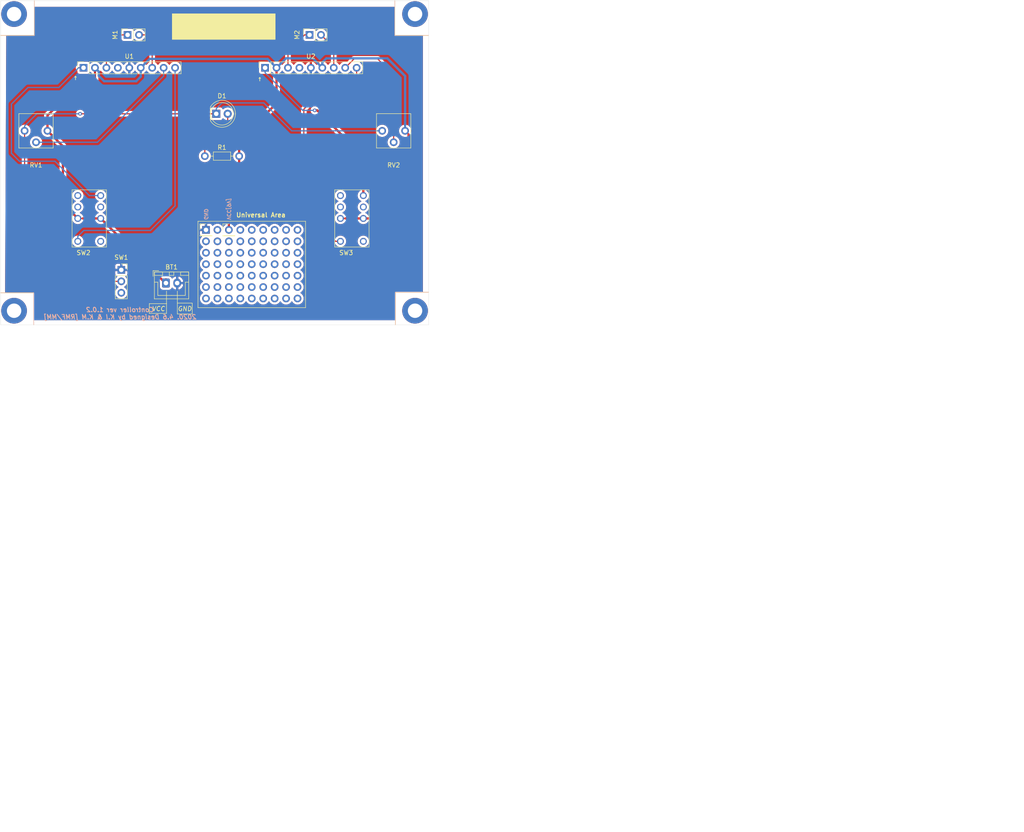
<source format=kicad_pcb>
(kicad_pcb (version 20171130) (host pcbnew "(5.1.5)-3")
  (title_block (title Controller_for_MM) (company RMF))
  (layers (0 F.Cu signal) (31 B.Cu signal) (34 B.Paste user) (35 F.Paste user) (36 B.SilkS user) (37 F.SilkS user) (38 B.Mask user) (39 F.Mask user) (44 Edge.Cuts user))
  (net 0 "")
  (net 1 VCC)
  (net 2 GND)
  (net 3 "Net-(D1-Pad1)")
  (net 4 "Net-(D1-Pad2)")
  (net 5 "Net-(M1-Pad1)")
  (net 6 "Net-(M1-Pad2)")
  (net 7 "Net-(M2-Pad2)")
  (net 8 "Net-(M2-Pad1)")
  (net 9 "Net-(RV1-Pad2)")
  (net 10 "Net-(RV2-Pad2)")
  (net 11 "Net-(SW2-Pad1)")
  (net 12 "Net-(SW2-Pad3)")
  (net 13 "Net-(SW2-Pad4)")
  (net 14 "Net-(SW2-Pad6)")
  (net 15 "Net-(SW3-Pad6)")
  (net 16 "Net-(SW3-Pad4)")
  (net 17 "Net-(SW3-Pad3)")
  (net 18 "Net-(SW3-Pad1)")
  (net 19 "Net-(U1-Pad4)")
  (net 20 "Net-(U2-Pad4)")
  (module My_Footprint:Push_DPDT_MMController (layer F.Cu) (at 145.542 127)
    (fp_text reference SW2 (at 0 5.08) (layer F.SilkS))
    (fp_text value SW_Push_DPDT)
    (fp_line (start 5.08 3.81) (end 5.08 -8.89) (layer F.SilkS) (width 0.12))
    (fp_line (start -2.54 3.81) (end 5.08 3.81) (layer F.SilkS) (width 0.12))
    (fp_line (start -2.54 -8.89) (end -2.54 3.81) (layer F.SilkS) (width 0.12))
    (fp_line (start 5.08 -8.89) (end -2.54 -8.89) (layer F.SilkS) (width 0.12))
    (pad 6 thru_hole circle (at 3.81 -7.62) (size 1.524 1.524) (drill 1) (layers *.Cu *.Mask) (net 14 "Net-(SW2-Pad6)"))
    (pad 4 thru_hole circle (at -1.27 -7.62) (size 1.524 1.524) (drill 1) (layers *.Cu *.Mask) (net 13 "Net-(SW2-Pad4)"))
    (pad 8 thru_hole circle (at 3.81 -5.08) (size 1.524 1.524) (drill 1) (layers *.Cu *.Mask))
    (pad 3 thru_hole circle (at -1.27 -5.08) (size 1.524 1.524) (drill 1) (layers *.Cu *.Mask) (net 12 "Net-(SW2-Pad3)"))
    (pad 5 thru_hole circle (at 3.81 -2.54) (size 1.524 1.524) (drill 1) (layers *.Cu *.Mask) (net 1 VCC))
    (pad 2 thru_hole circle (at -1.27 -2.54) (size 1.524 1.524) (drill 1) (layers *.Cu *.Mask) (net 1 VCC))
    (pad 7 thru_hole circle (at 3.81 2.54) (size 1.524 1.524) (drill 1) (layers *.Cu *.Mask))
    (pad 1 thru_hole circle (at -1.27 2.54) (size 1.524 1.524) (drill 1) (layers *.Cu *.Mask) (net 11 "Net-(SW2-Pad1)"))
  )
  (module My_Footprint:Push_DPDT_MMController (layer F.Cu) (at 203.835 127)
    (fp_text reference SW3 (at 0 5.08) (layer F.SilkS))
    (fp_text value SW_Push_DPDT)
    (fp_line (start 5.08 3.81) (end 5.08 -8.89) (layer F.SilkS) (width 0.12))
    (fp_line (start -2.54 3.81) (end 5.08 3.81) (layer F.SilkS) (width 0.12))
    (fp_line (start -2.54 -8.89) (end -2.54 3.81) (layer F.SilkS) (width 0.12))
    (fp_line (start 5.08 -8.89) (end -2.54 -8.89) (layer F.SilkS) (width 0.12))
    (pad 6 thru_hole circle (at 3.81 -7.62) (size 1.524 1.524) (drill 1) (layers *.Cu *.Mask) (net 15 "Net-(SW3-Pad6)"))
    (pad 4 thru_hole circle (at -1.27 -7.62) (size 1.524 1.524) (drill 1) (layers *.Cu *.Mask) (net 16 "Net-(SW3-Pad4)"))
    (pad 8 thru_hole circle (at 3.81 -5.08) (size 1.524 1.524) (drill 1) (layers *.Cu *.Mask))
    (pad 3 thru_hole circle (at -1.27 -5.08) (size 1.524 1.524) (drill 1) (layers *.Cu *.Mask) (net 17 "Net-(SW3-Pad3)"))
    (pad 5 thru_hole circle (at 3.81 -2.54) (size 1.524 1.524) (drill 1) (layers *.Cu *.Mask) (net 1 VCC))
    (pad 2 thru_hole circle (at -1.27 -2.54) (size 1.524 1.524) (drill 1) (layers *.Cu *.Mask) (net 1 VCC))
    (pad 7 thru_hole circle (at 3.81 2.54) (size 1.524 1.524) (drill 1) (layers *.Cu *.Mask))
    (pad 1 thru_hole circle (at -1.27 2.54) (size 1.524 1.524) (drill 1) (layers *.Cu *.Mask) (net 18 "Net-(SW3-Pad1)"))
  )
  (module "" (layer F.Cu) (at 170.561 118.999)
    (fp_text reference "" (at 182.88 139.7) (layer F.SilkS) (effects (font (size 1.27 1.27))))
    (fp_text value "" (at 182.88 139.7) (layer F.SilkS) (effects (font (size 1.27 1.27))))
  )
  (module "" (layer F.Cu) (at 170.815 120.777)
    (fp_text reference "" (at 182.88 139.7) (layer F.SilkS) (effects (font (size 1.27 1.27))))
    (fp_text value "" (at 182.88 139.7) (layer F.SilkS) (effects (font (size 1.27 1.27))))
  )
  (module "" (layer F.Cu) (at 170.688 117.221)
    (fp_text reference "" (at 182.88 139.7) (layer F.SilkS) (effects (font (size 1.27 1.27))))
    (fp_text value "" (at 182.88 139.7) (layer F.SilkS) (effects (font (size 1.27 1.27))))
  )
  (module "" (layer F.Cu) (at 171.196 118.618)
    (fp_text reference "" (at 182.88 139.7) (layer F.SilkS) (effects (font (size 1.27 1.27))))
    (fp_text value "" (at 182.88 139.7) (layer F.SilkS) (effects (font (size 1.27 1.27))))
  )
  (module Connector_Pin:Pin_D1.0mm_L10.0mm (layer F.Cu) (at 182.88 139.7)
    (fp_text reference 1)
    (fp_text value Pin_D1.0mm_L10.0mm)
    (pad 1 thru_hole circle (at 0 0) (size 1.7 1.7) (drill 1) (layers *.Cu *.Mask))
  )
  (module Connector_Pin:Pin_D1.0mm_L10.0mm (layer F.Cu) (at 190.5 139.7)
    (fp_text reference 1)
    (fp_text value Pin_D1.0mm_L10.0mm)
    (pad 1 thru_hole circle (at 0 0) (size 1.7 1.7) (drill 1) (layers *.Cu *.Mask))
  )
  (module Connector_Pin:Pin_D1.0mm_L10.0mm (layer F.Cu) (at 187.96 139.7)
    (fp_text reference 1)
    (fp_text value Pin_D1.0mm_L10.0mm)
    (pad 1 thru_hole circle (at 0 0) (size 1.7 1.7) (drill 1) (layers *.Cu *.Mask))
  )
  (module Connector_Pin:Pin_D1.0mm_L10.0mm (layer F.Cu) (at 185.42 139.7)
    (fp_text reference 1)
    (fp_text value Pin_D1.0mm_L10.0mm)
    (pad 1 thru_hole circle (at 0 0) (size 1.7 1.7) (drill 1) (layers *.Cu *.Mask))
  )
  (module Connector_Pin:Pin_D1.0mm_L10.0mm (layer F.Cu) (at 180.34 139.7)
    (fp_text reference 1)
    (fp_text value Pin_D1.0mm_L10.0mm)
    (pad 1 thru_hole circle (at 0 0) (size 1.7 1.7) (drill 1) (layers *.Cu *.Mask))
  )
  (module Connector_Pin:Pin_D1.0mm_L10.0mm (layer F.Cu) (at 177.8 139.7)
    (fp_text reference 1)
    (fp_text value Pin_D1.0mm_L10.0mm)
    (pad 1 thru_hole circle (at 0 0) (size 1.7 1.7) (drill 1) (layers *.Cu *.Mask))
  )
  (module Connector_Pin:Pin_D1.0mm_L10.0mm (layer F.Cu) (at 175.26 139.7)
    (fp_text reference 1)
    (fp_text value Pin_D1.0mm_L10.0mm)
    (pad 1 thru_hole circle (at 0 0) (size 1.7 1.7) (drill 1) (layers *.Cu *.Mask))
  )
  (module Connector_Pin:Pin_D1.0mm_L10.0mm (layer F.Cu) (at 190.5 137.16)
    (fp_text reference 1)
    (fp_text value Pin_D1.0mm_L10.0mm)
    (pad 1 thru_hole circle (at 0 0) (size 1.7 1.7) (drill 1) (layers *.Cu *.Mask))
  )
  (module Connector_Pin:Pin_D1.0mm_L10.0mm (layer F.Cu) (at 187.96 137.16)
    (fp_text reference 1)
    (fp_text value Pin_D1.0mm_L10.0mm)
    (pad 1 thru_hole circle (at 0 0) (size 1.7 1.7) (drill 1) (layers *.Cu *.Mask))
  )
  (module Connector_Pin:Pin_D1.0mm_L10.0mm (layer F.Cu) (at 185.42 137.16)
    (fp_text reference 1)
    (fp_text value Pin_D1.0mm_L10.0mm)
    (pad 1 thru_hole circle (at 0 0) (size 1.7 1.7) (drill 1) (layers *.Cu *.Mask))
  )
  (module Connector_Pin:Pin_D1.0mm_L10.0mm (layer F.Cu) (at 182.88 137.16)
    (fp_text reference 1)
    (fp_text value Pin_D1.0mm_L10.0mm)
    (pad 1 thru_hole circle (at 0 0) (size 1.7 1.7) (drill 1) (layers *.Cu *.Mask))
  )
  (module Connector_Pin:Pin_D1.0mm_L10.0mm (layer F.Cu) (at 180.34 137.16)
    (fp_text reference 1)
    (fp_text value Pin_D1.0mm_L10.0mm)
    (pad 1 thru_hole circle (at 0 0) (size 1.7 1.7) (drill 1) (layers *.Cu *.Mask))
  )
  (module Connector_Pin:Pin_D1.0mm_L10.0mm (layer F.Cu) (at 177.8 137.16)
    (fp_text reference 1)
    (fp_text value Pin_D1.0mm_L10.0mm)
    (pad 1 thru_hole circle (at 0 0) (size 1.7 1.7) (drill 1) (layers *.Cu *.Mask))
  )
  (module Connector_Pin:Pin_D1.0mm_L10.0mm (layer F.Cu) (at 175.26 137.16)
    (fp_text reference 1)
    (fp_text value Pin_D1.0mm_L10.0mm)
    (pad 1 thru_hole circle (at 0 0) (size 1.7 1.7) (drill 1) (layers *.Cu *.Mask))
  )
  (module Connector_Pin:Pin_D1.0mm_L10.0mm (layer F.Cu) (at 190.5 134.62)
    (fp_text reference 1)
    (fp_text value Pin_D1.0mm_L10.0mm)
    (pad 1 thru_hole circle (at 0 0) (size 1.7 1.7) (drill 1) (layers *.Cu *.Mask))
  )
  (module Connector_Pin:Pin_D1.0mm_L10.0mm (layer F.Cu) (at 187.96 134.62)
    (fp_text reference 1)
    (fp_text value Pin_D1.0mm_L10.0mm)
    (pad 1 thru_hole circle (at 0 0) (size 1.7 1.7) (drill 1) (layers *.Cu *.Mask))
  )
  (module Connector_Pin:Pin_D1.0mm_L10.0mm (layer F.Cu) (at 185.42 134.62)
    (fp_text reference 1)
    (fp_text value Pin_D1.0mm_L10.0mm)
    (pad 1 thru_hole circle (at 0 0) (size 1.7 1.7) (drill 1) (layers *.Cu *.Mask))
  )
  (module Connector_Pin:Pin_D1.0mm_L10.0mm (layer F.Cu) (at 190.5 132.08)
    (fp_text reference 1)
    (fp_text value Pin_D1.0mm_L10.0mm)
    (pad 1 thru_hole circle (at 0 0) (size 1.7 1.7) (drill 1) (layers *.Cu *.Mask))
  )
  (module Connector_Pin:Pin_D1.0mm_L10.0mm (layer F.Cu) (at 187.96 132.08)
    (fp_text reference 1)
    (fp_text value Pin_D1.0mm_L10.0mm)
    (pad 1 thru_hole circle (at 0 0) (size 1.7 1.7) (drill 1) (layers *.Cu *.Mask))
  )
  (module Connector_Pin:Pin_D1.0mm_L10.0mm (layer F.Cu) (at 185.42 132.08)
    (fp_text reference 1)
    (fp_text value Pin_D1.0mm_L10.0mm)
    (pad 1 thru_hole circle (at 0 0) (size 1.7 1.7) (drill 1) (layers *.Cu *.Mask))
  )
  (module Connector_Pin:Pin_D1.0mm_L10.0mm (layer F.Cu) (at 190.5 129.54)
    (fp_text reference 1)
    (fp_text value Pin_D1.0mm_L10.0mm)
    (pad 1 thru_hole circle (at 0 0) (size 1.7 1.7) (drill 1) (layers *.Cu *.Mask))
  )
  (module Connector_Pin:Pin_D1.0mm_L10.0mm (layer F.Cu) (at 187.96 129.54)
    (fp_text reference 1)
    (fp_text value Pin_D1.0mm_L10.0mm)
    (pad 1 thru_hole circle (at 0 0) (size 1.7 1.7) (drill 1) (layers *.Cu *.Mask))
  )
  (module Connector_Pin:Pin_D1.0mm_L10.0mm (layer F.Cu) (at 185.42 129.54)
    (fp_text reference 1)
    (fp_text value Pin_D1.0mm_L10.0mm)
    (pad 1 thru_hole circle (at 0 0) (size 1.7 1.7) (drill 1) (layers *.Cu *.Mask))
  )
  (module Connector_Pin:Pin_D1.0mm_L10.0mm (layer F.Cu) (at 185.42 142.24)
    (fp_text reference 1)
    (fp_text value Pin_D1.0mm_L10.0mm)
    (pad 1 thru_hole circle (at 0 0) (size 1.7 1.7) (drill 1) (layers *.Cu *.Mask))
  )
  (module Connector_Pin:Pin_D1.0mm_L10.0mm (layer F.Cu) (at 187.96 142.24)
    (fp_text reference 1)
    (fp_text value Pin_D1.0mm_L10.0mm)
    (pad 1 thru_hole circle (at 0 0) (size 1.7 1.7) (drill 1) (layers *.Cu *.Mask))
  )
  (module Connector_Pin:Pin_D1.0mm_L10.0mm (layer F.Cu) (at 190.5 142.24)
    (fp_text reference 1)
    (fp_text value Pin_D1.0mm_L10.0mm)
    (pad 1 thru_hole circle (at 0 0) (size 1.7 1.7) (drill 1) (layers *.Cu *.Mask))
  )
  (module Connector_Pin:Pin_D1.0mm_L10.0mm (layer F.Cu) (at 193.04 142.24)
    (fp_text reference 1)
    (fp_text value Pin_D1.0mm_L10.0mm)
    (pad 1 thru_hole circle (at 0 0) (size 1.7 1.7) (drill 1) (layers *.Cu *.Mask))
  )
  (module Connector_Pin:Pin_D1.0mm_L10.0mm (layer F.Cu) (at 193.04 139.7)
    (fp_text reference 1)
    (fp_text value Pin_D1.0mm_L10.0mm)
    (pad 1 thru_hole circle (at 0 0) (size 1.7 1.7) (drill 1) (layers *.Cu *.Mask))
  )
  (module Connector_Pin:Pin_D1.0mm_L10.0mm (layer F.Cu) (at 193.04 137.16)
    (fp_text reference 1)
    (fp_text value Pin_D1.0mm_L10.0mm)
    (pad 1 thru_hole circle (at 0 0) (size 1.7 1.7) (drill 1) (layers *.Cu *.Mask))
  )
  (module Connector_Pin:Pin_D1.0mm_L10.0mm (layer F.Cu) (at 193.04 134.62)
    (fp_text reference 1)
    (fp_text value Pin_D1.0mm_L10.0mm)
    (pad 1 thru_hole circle (at 0 0) (size 1.7 1.7) (drill 1) (layers *.Cu *.Mask))
  )
  (module Connector_Pin:Pin_D1.0mm_L10.0mm (layer F.Cu) (at 193.04 132.08)
    (fp_text reference 1)
    (fp_text value Pin_D1.0mm_L10.0mm)
    (pad 1 thru_hole circle (at 0 0) (size 1.7 1.7) (drill 1) (layers *.Cu *.Mask))
  )
  (module Connector_Pin:Pin_D1.0mm_L10.0mm (layer F.Cu) (at 193.04 129.54)
    (fp_text reference 1)
    (fp_text value Pin_D1.0mm_L10.0mm)
    (pad 1 thru_hole circle (at 0 0) (size 1.7 1.7) (drill 1) (layers *.Cu *.Mask))
  )
  (module Connector_Pin:Pin_D1.0mm_L10.0mm (layer F.Cu) (at 182.88 142.24)
    (fp_text reference 1)
    (fp_text value Pin_D1.0mm_L10.0mm)
    (pad 1 thru_hole circle (at 0 0) (size 1.7 1.7) (drill 1) (layers *.Cu *.Mask))
  )
  (module Connector_Pin:Pin_D1.0mm_L10.0mm (layer F.Cu) (at 180.34 142.24)
    (fp_text reference 1)
    (fp_text value Pin_D1.0mm_L10.0mm)
    (pad 1 thru_hole circle (at 0 0) (size 1.7 1.7) (drill 1) (layers *.Cu *.Mask))
  )
  (module Connector_Pin:Pin_D1.0mm_L10.0mm (layer F.Cu) (at 177.8 142.24)
    (fp_text reference 1)
    (fp_text value Pin_D1.0mm_L10.0mm)
    (pad 1 thru_hole circle (at 0 0) (size 1.7 1.7) (drill 1) (layers *.Cu *.Mask))
  )
  (module Connector_Pin:Pin_D1.0mm_L10.0mm (layer F.Cu) (at 175.26 142.24)
    (fp_text reference 1)
    (fp_text value Pin_D1.0mm_L10.0mm)
    (pad 1 thru_hole circle (at 0 0) (size 1.7 1.7) (drill 1) (layers *.Cu *.Mask))
  )
  (module Connector_Pin:Pin_D1.0mm_L10.0mm (layer F.Cu) (at 172.72 142.24)
    (fp_text reference 1)
    (fp_text value Pin_D1.0mm_L10.0mm)
    (pad 1 thru_hole circle (at 0 0) (size 1.7 1.7) (drill 1) (layers *.Cu *.Mask))
  )
  (module Connector_Pin:Pin_D1.0mm_L10.0mm (layer F.Cu) (at 172.72 139.7)
    (fp_text reference 1)
    (fp_text value Pin_D1.0mm_L10.0mm)
    (pad 1 thru_hole circle (at 0 0) (size 1.7 1.7) (drill 1) (layers *.Cu *.Mask))
  )
  (module Connector_Pin:Pin_D1.0mm_L10.0mm (layer F.Cu) (at 172.72 137.16)
    (fp_text reference 1)
    (fp_text value Pin_D1.0mm_L10.0mm)
    (pad 1 thru_hole circle (at 0 0) (size 1.7 1.7) (drill 1) (layers *.Cu *.Mask))
  )
  (module Connector_Pin:Pin_D1.0mm_L10.0mm (layer F.Cu) (at 193.04 127)
    (fp_text reference 1)
    (fp_text value Pin_D1.0mm_L10.0mm)
    (pad 1 thru_hole circle (at 0 0) (size 1.7 1.7) (drill 1) (layers *.Cu *.Mask))
  )
  (module Connector_Pin:Pin_D1.0mm_L10.0mm (layer F.Cu) (at 190.5 127)
    (fp_text reference 1)
    (fp_text value Pin_D1.0mm_L10.0mm)
    (pad 1 thru_hole circle (at 0 0) (size 1.7 1.7) (drill 1) (layers *.Cu *.Mask))
  )
  (module Connector_Pin:Pin_D1.0mm_L10.0mm (layer F.Cu) (at 187.96 127)
    (fp_text reference 1)
    (fp_text value Pin_D1.0mm_L10.0mm)
    (pad 1 thru_hole circle (at 0 0) (size 1.7 1.7) (drill 1) (layers *.Cu *.Mask))
  )
  (module Connector_Pin:Pin_D1.0mm_L10.0mm (layer F.Cu) (at 185.42 127)
    (fp_text reference 1)
    (fp_text value Pin_D1.0mm_L10.0mm)
    (pad 1 thru_hole circle (at 0 0) (size 1.7 1.7) (drill 1) (layers *.Cu *.Mask))
  )
  (module Connector_Pin:Pin_D1.0mm_L10.0mm (layer F.Cu) (at 182.88 134.62)
    (fp_text reference 1)
    (fp_text value Pin_D1.0mm_L10.0mm)
    (pad 1 thru_hole circle (at 0 0) (size 1.7 1.7) (drill 1) (layers *.Cu *.Mask))
  )
  (module Connector_Pin:Pin_D1.0mm_L10.0mm (layer F.Cu) (at 182.88 132.08)
    (fp_text reference 1)
    (fp_text value Pin_D1.0mm_L10.0mm)
    (pad 1 thru_hole circle (at 0 0) (size 1.7 1.7) (drill 1) (layers *.Cu *.Mask))
  )
  (module Connector_Pin:Pin_D1.0mm_L10.0mm (layer F.Cu) (at 182.88 129.54)
    (fp_text reference 1)
    (fp_text value Pin_D1.0mm_L10.0mm)
    (pad 1 thru_hole circle (at 0 0) (size 1.7 1.7) (drill 1) (layers *.Cu *.Mask))
  )
  (module Connector_Pin:Pin_D1.0mm_L10.0mm (layer F.Cu) (at 182.88 127)
    (fp_text reference 1)
    (fp_text value Pin_D1.0mm_L10.0mm)
    (pad 1 thru_hole circle (at 0 0) (size 1.7 1.7) (drill 1) (layers *.Cu *.Mask))
  )
  (module Connector_Pin:Pin_D1.0mm_L10.0mm (layer F.Cu) (at 180.34 134.62)
    (fp_text reference 1)
    (fp_text value Pin_D1.0mm_L10.0mm)
    (pad 1 thru_hole circle (at 0 0) (size 1.7 1.7) (drill 1) (layers *.Cu *.Mask))
  )
  (module Connector_Pin:Pin_D1.0mm_L10.0mm (layer F.Cu) (at 177.8 134.62)
    (fp_text reference 1)
    (fp_text value Pin_D1.0mm_L10.0mm)
    (pad 1 thru_hole circle (at 0 0) (size 1.7 1.7) (drill 1) (layers *.Cu *.Mask))
  )
  (module Connector_Pin:Pin_D1.0mm_L10.0mm (layer F.Cu) (at 175.26 134.62)
    (fp_text reference 1)
    (fp_text value Pin_D1.0mm_L10.0mm)
    (pad 1 thru_hole circle (at 0 0) (size 1.7 1.7) (drill 1) (layers *.Cu *.Mask))
  )
  (module Connector_Pin:Pin_D1.0mm_L10.0mm (layer F.Cu) (at 172.72 134.62)
    (fp_text reference 1)
    (fp_text value Pin_D1.0mm_L10.0mm)
    (pad 1 thru_hole circle (at 0 0) (size 1.7 1.7) (drill 1) (layers *.Cu *.Mask))
  )
  (module Connector_Pin:Pin_D1.0mm_L10.0mm (layer F.Cu) (at 180.34 132.08)
    (fp_text reference 1)
    (fp_text value Pin_D1.0mm_L10.0mm)
    (pad 1 thru_hole circle (at 0 0) (size 1.7 1.7) (drill 1) (layers *.Cu *.Mask))
  )
  (module Connector_Pin:Pin_D1.0mm_L10.0mm (layer F.Cu) (at 177.8 132.08)
    (fp_text reference 1)
    (fp_text value Pin_D1.0mm_L10.0mm)
    (pad 1 thru_hole circle (at 0 0) (size 1.7 1.7) (drill 1) (layers *.Cu *.Mask))
  )
  (module Connector_Pin:Pin_D1.0mm_L10.0mm (layer F.Cu) (at 175.26 132.08)
    (fp_text reference 1)
    (fp_text value Pin_D1.0mm_L10.0mm)
    (pad 1 thru_hole circle (at 0 0) (size 1.7 1.7) (drill 1) (layers *.Cu *.Mask))
  )
  (module Connector_Pin:Pin_D1.0mm_L10.0mm (layer F.Cu) (at 172.72 132.08)
    (fp_text reference 1)
    (fp_text value Pin_D1.0mm_L10.0mm)
    (pad 1 thru_hole circle (at 0 0) (size 1.7 1.7) (drill 1) (layers *.Cu *.Mask))
  )
  (module Connector_Pin:Pin_D1.0mm_L10.0mm (layer F.Cu) (at 180.34 129.54)
    (fp_text reference 1)
    (fp_text value Pin_D1.0mm_L10.0mm)
    (pad 1 thru_hole circle (at 0 0) (size 1.7 1.7) (drill 1) (layers *.Cu *.Mask))
  )
  (module Connector_Pin:Pin_D1.0mm_L10.0mm (layer F.Cu) (at 177.8 129.54)
    (fp_text reference 1)
    (fp_text value Pin_D1.0mm_L10.0mm)
    (pad 1 thru_hole circle (at 0 0) (size 1.7 1.7) (drill 1) (layers *.Cu *.Mask))
  )
  (module Connector_Pin:Pin_D1.0mm_L10.0mm (layer F.Cu) (at 180.34 127)
    (fp_text reference 1)
    (fp_text value Pin_D1.0mm_L10.0mm)
    (pad 1 thru_hole circle (at 0 0) (size 1.7 1.7) (drill 1) (layers *.Cu *.Mask))
  )
  (module Connector_Pin:Pin_D1.0mm_L10.0mm (layer F.Cu) (at 175.26 129.54)
    (fp_text reference 1)
    (fp_text value Pin_D1.0mm_L10.0mm)
    (pad 1 thru_hole circle (at 0 0) (size 1.7 1.7) (drill 1) (layers *.Cu *.Mask))
  )
  (module Connector_Pin:Pin_D1.0mm_L10.0mm (layer F.Cu) (at 172.72 129.54)
    (fp_text reference 1)
    (fp_text value Pin_D1.0mm_L10.0mm)
    (pad 1 thru_hole circle (at 0 0) (size 1.7 1.7) (drill 1) (layers *.Cu *.Mask))
  )
  (module Connector_Pin:Pin_D1.0mm_L10.0mm (layer F.Cu) (at 175.26 127)
    (fp_text reference 1)
    (fp_text value Pin_D1.0mm_L10.0mm)
    (pad 1 thru_hole circle (at 0 0) (size 1.7 1.7) (drill 1) (layers *.Cu *.Mask))
  )
  (module Connector_PinSocket_2.54mm:PinSocket_1x02_P2.54mm_Vertical (layer F.Cu) (at 195.707 83.693 90)
    (fp_text reference M2 (at 0 -2.77 90) (layer F.SilkS))
    (fp_text value Motor_DC)
    (fp_line (start 0 -1.33) (end 1.33 -1.33) (layer F.SilkS) (width 0.12))
    (fp_line (start 1.33 -1.33) (end 1.33 0) (layer F.SilkS) (width 0.12))
    (fp_line (start 1.33 1.27) (end 1.33 3.87) (layer F.SilkS) (width 0.12))
    (fp_line (start -1.33 3.87) (end 1.33 3.87) (layer F.SilkS) (width 0.12))
    (fp_line (start -1.33 1.27) (end -1.33 3.87) (layer F.SilkS) (width 0.12))
    (fp_line (start -1.33 1.27) (end 1.33 1.27) (layer F.SilkS) (width 0.12))
    (pad 2 thru_hole oval (at 0 2.54 90) (size 1.7 1.7) (drill 1) (layers *.Cu *.Mask) (net 7 "Net-(M2-Pad2)"))
    (pad 1 thru_hole rect (at 0 0 90) (size 1.7 1.7) (drill 1) (layers *.Cu *.Mask) (net 8 "Net-(M2-Pad1)"))
  )
  (module My_Footprint:ta7291s (layer F.Cu) (at 196 91)
    (fp_text reference U2 (at 0 -2.54 180) (layer F.SilkS))
    (fp_text value TA7291S)
    (fp_line (start -11.49 0) (end -11.49 -1.33) (layer F.SilkS) (width 0.12))
    (fp_line (start -11.49 -1.33) (end -10.16 -1.33) (layer F.SilkS) (width 0.12))
    (fp_line (start -8.89 -1.33) (end 11.49 -1.33) (layer F.SilkS) (width 0.12))
    (fp_line (start 11.49 1.33) (end 11.49 -1.33) (layer F.SilkS) (width 0.12))
    (fp_line (start -8.89 1.33) (end 11.49 1.33) (layer F.SilkS) (width 0.12))
    (fp_line (start -8.89 1.33) (end -8.89 -1.33) (layer F.SilkS) (width 0.12))
    (pad 9 thru_hole oval (at 10.16 0 90) (size 1.7 1.7) (drill 1) (layers *.Cu *.Mask) (net 18 "Net-(SW3-Pad1)"))
    (pad 8 thru_hole oval (at 7.62 0 90) (size 1.7 1.7) (drill 1) (layers *.Cu *.Mask) (net 10 "Net-(RV2-Pad2)"))
    (pad 7 thru_hole oval (at 5.08 0 90) (size 1.7 1.7) (drill 1) (layers *.Cu *.Mask) (net 7 "Net-(M2-Pad2)"))
    (pad 6 thru_hole oval (at 2.54 0 90) (size 1.7 1.7) (drill 1) (layers *.Cu *.Mask) (net 1 VCC))
    (pad 5 thru_hole oval (at 0 0 90) (size 1.7 1.7) (drill 1) (layers *.Cu *.Mask) (net 2 GND))
    (pad 4 thru_hole oval (at -2.54 0 90) (size 1.7 1.7) (drill 1) (layers *.Cu *.Mask) (net 20 "Net-(U2-Pad4)"))
    (pad 3 thru_hole oval (at -5.08 0 90) (size 1.7 1.7) (drill 1) (layers *.Cu *.Mask) (net 8 "Net-(M2-Pad1)"))
    (pad 2 thru_hole oval (at -7.62 0 90) (size 1.7 1.7) (drill 1) (layers *.Cu *.Mask) (net 1 VCC))
    (pad 1 thru_hole rect (at -10.16 0 90) (size 1.7 1.7) (drill 1) (layers *.Cu *.Mask) (net 15 "Net-(SW3-Pad6)"))
  )
  (module MountingHole:MountingHole_3.2mm_M3_ISO7380_Pad (layer F.Cu) (at 219.123 144.955)
    (fp_text reference REF4 hide)
    (fp_text value MountingHole_3.2mm_M3_ISO7380_Pad hide)
    (pad 1 thru_hole circle (at 0 0) (size 5.7 5.7) (drill 3.2) (layers *.Cu *.Mask))
  )
  (module MountingHole:MountingHole_3.2mm_M3_ISO7380_Pad (layer F.Cu) (at 219.123 79.073)
    (fp_text reference REF2 hide)
    (fp_text value MountingHole_3.2mm_M3_ISO7380_Pad hide)
    (pad 1 thru_hole circle (at 0 0) (size 5.7 5.7) (drill 3.2) (layers *.Cu *.Mask))
  )
  (module MountingHole:MountingHole_3.2mm_M3_ISO7380_Pad (layer F.Cu) (at 130.127 144.955)
    (fp_text reference REF3 hide)
    (fp_text value MountingHole_3.2mm_M3_ISO7380_Pad hide)
    (pad 1 thru_hole circle (at 0 0) (size 5.7 5.7) (drill 3.2) (layers *.Cu *.Mask))
  )
  (module MountingHole:MountingHole_3.2mm_M3_ISO7380_Pad (layer F.Cu) (at 130.127 79.073)
    (fp_text reference REF1 hide)
    (fp_text value MountingHole_3.2mm_M3_ISO7380_Pad hide)
    (pad 1 thru_hole circle (at 0 0) (size 5.7 5.7) (drill 3.2) (layers *.Cu *.Mask))
  )
  (module Connector_JST:JST_XH_B2B-XH-A_1x02_P2.50mm_Vertical (layer F.Cu) (at 163.83 138.811)
    (fp_text reference BT1 (at 1.25 -3.55) (layer F.SilkS))
    (fp_text value 9V)
    (fp_line (start -2.56 -2.46) (end -2.56 3.51) (layer F.SilkS) (width 0.12))
    (fp_line (start -2.56 3.51) (end 5.06 3.51) (layer F.SilkS) (width 0.12))
    (fp_line (start 5.06 3.51) (end 5.06 -2.46) (layer F.SilkS) (width 0.12))
    (fp_line (start 5.06 -2.46) (end -2.56 -2.46) (layer F.SilkS) (width 0.12))
    (fp_line (start 0.75 -2.45) (end 0.75 -1.7) (layer F.SilkS) (width 0.12))
    (fp_line (start 0.75 -1.7) (end 1.75 -1.7) (layer F.SilkS) (width 0.12))
    (fp_line (start 1.75 -1.7) (end 1.75 -2.45) (layer F.SilkS) (width 0.12))
    (fp_line (start 1.75 -2.45) (end 0.75 -2.45) (layer F.SilkS) (width 0.12))
    (fp_line (start -2.55 -2.45) (end -2.55 -1.7) (layer F.SilkS) (width 0.12))
    (fp_line (start -2.55 -1.7) (end -0.75 -1.7) (layer F.SilkS) (width 0.12))
    (fp_line (start -0.75 -1.7) (end -0.75 -2.45) (layer F.SilkS) (width 0.12))
    (fp_line (start -0.75 -2.45) (end -2.55 -2.45) (layer F.SilkS) (width 0.12))
    (fp_line (start 3.25 -2.45) (end 3.25 -1.7) (layer F.SilkS) (width 0.12))
    (fp_line (start 3.25 -1.7) (end 5.05 -1.7) (layer F.SilkS) (width 0.12))
    (fp_line (start 5.05 -1.7) (end 5.05 -2.45) (layer F.SilkS) (width 0.12))
    (fp_line (start 5.05 -2.45) (end 3.25 -2.45) (layer F.SilkS) (width 0.12))
    (fp_line (start -2.55 -0.2) (end -1.8 -0.2) (layer F.SilkS) (width 0.12))
    (fp_line (start -1.8 -0.2) (end -1.8 2.75) (layer F.SilkS) (width 0.12))
    (fp_line (start -1.8 2.75) (end 1.25 2.75) (layer F.SilkS) (width 0.12))
    (fp_line (start 5.05 -0.2) (end 4.3 -0.2) (layer F.SilkS) (width 0.12))
    (fp_line (start 4.3 -0.2) (end 4.3 2.75) (layer F.SilkS) (width 0.12))
    (fp_line (start 4.3 2.75) (end 1.25 2.75) (layer F.SilkS) (width 0.12))
    (fp_line (start -1.6 -2.75) (end -2.85 -2.75) (layer F.SilkS) (width 0.12))
    (fp_line (start -2.85 -2.75) (end -2.85 -1.5) (layer F.SilkS) (width 0.12))
    (pad 1 thru_hole roundrect (at 0 0) (size 1.7 2) (drill 1) (layers *.Cu *.Mask) (roundrect_rratio 0.147059) (net 1 VCC))
    (pad 2 thru_hole oval (at 2.5 0) (size 1.7 2) (drill 1) (layers *.Cu *.Mask) (net 2 GND))
  )
  (module LED_THT:LED_D5.0mm (layer F.Cu) (at 175 101.219)
    (fp_text reference D1 (at 1.27 -3.96) (layer F.SilkS))
    (fp_text value LED)
    (fp_arc (start 1.27 0) (end -1.29 -1.54483) (angle 148.9) (layer F.SilkS) (width 0.12))
    (fp_arc (start 1.27 0) (end -1.29 1.54483) (angle -148.9) (layer F.SilkS) (width 0.12))
    (fp_circle (center 1.27 0) (end 3.77 0) (layer F.SilkS) (width 0.12))
    (fp_line (start -1.29 -1.545) (end -1.29 1.545) (layer F.SilkS) (width 0.12))
    (pad 1 thru_hole rect (at 0 0) (size 1.8 1.8) (drill 1) (layers *.Cu *.Mask) (net 3 "Net-(D1-Pad1)"))
    (pad 2 thru_hole circle (at 2.54 0) (size 1.8 1.8) (drill 1) (layers *.Cu *.Mask) (net 4 "Net-(D1-Pad2)"))
  )
  (module Connector_PinSocket_2.54mm:PinSocket_1x02_P2.54mm_Vertical (layer F.Cu) (at 155.321 83.693 90)
    (fp_text reference M1 (at 0 -2.77 90) (layer F.SilkS))
    (fp_text value Motor_DC)
    (fp_line (start -1.33 1.27) (end 1.33 1.27) (layer F.SilkS) (width 0.12))
    (fp_line (start -1.33 1.27) (end -1.33 3.87) (layer F.SilkS) (width 0.12))
    (fp_line (start -1.33 3.87) (end 1.33 3.87) (layer F.SilkS) (width 0.12))
    (fp_line (start 1.33 1.27) (end 1.33 3.87) (layer F.SilkS) (width 0.12))
    (fp_line (start 1.33 -1.33) (end 1.33 0) (layer F.SilkS) (width 0.12))
    (fp_line (start 0 -1.33) (end 1.33 -1.33) (layer F.SilkS) (width 0.12))
    (pad 1 thru_hole rect (at 0 0 90) (size 1.7 1.7) (drill 1) (layers *.Cu *.Mask) (net 5 "Net-(M1-Pad1)"))
    (pad 2 thru_hole oval (at 0 2.54 90) (size 1.7 1.7) (drill 1) (layers *.Cu *.Mask) (net 6 "Net-(M1-Pad2)"))
  )
  (module Resistor_THT:R_Axial_DIN0204_L3.6mm_D1.6mm_P7.62mm_Horizontal (layer F.Cu) (at 172.466 110.617)
    (fp_text reference R1 (at 3.81 -1.92) (layer F.SilkS))
    (fp_text value 1kΩ)
    (fp_line (start 1.89 -0.92) (end 1.89 0.92) (layer F.SilkS) (width 0.12))
    (fp_line (start 1.89 0.92) (end 5.73 0.92) (layer F.SilkS) (width 0.12))
    (fp_line (start 5.73 0.92) (end 5.73 -0.92) (layer F.SilkS) (width 0.12))
    (fp_line (start 5.73 -0.92) (end 1.89 -0.92) (layer F.SilkS) (width 0.12))
    (fp_line (start 0.94 0) (end 1.89 0) (layer F.SilkS) (width 0.12))
    (fp_line (start 6.68 0) (end 5.73 0) (layer F.SilkS) (width 0.12))
    (pad 1 thru_hole circle (at 0 0) (size 1.7 1.7) (drill 1) (layers *.Cu *.Mask) (net 4 "Net-(D1-Pad2)"))
    (pad 2 thru_hole circle (at 7.62 0) (size 1.7 1.7) (drill 1) (layers *.Cu *.Mask) (net 1 VCC))
  )
  (module My_Footprint:3362p_1kΩ (layer F.Cu) (at 135.001 105)
    (fp_text reference RV1 (at 0 7.62) (layer F.SilkS))
    (fp_text value R_POT_TRIM)
    (fp_line (start -3.81 3.81) (end 3.81 3.81) (layer F.SilkS) (width 0.12))
    (fp_line (start 3.81 -3.81) (end 3.81 3.81) (layer F.SilkS) (width 0.12))
    (fp_line (start 3.81 -3.81) (end -3.81 -3.81) (layer F.SilkS) (width 0.12))
    (fp_line (start -3.81 -3.81) (end -3.81 3.81) (layer F.SilkS) (width 0.12))
    (pad 1 thru_hole circle (at -2.54 0) (size 1.7 1.7) (drill 1) (layers *.Cu *.Mask) (net 3 "Net-(D1-Pad1)"))
    (pad 2 thru_hole circle (at 0 2.54) (size 1.7 1.7) (drill 1) (layers *.Cu *.Mask) (net 9 "Net-(RV1-Pad2)"))
    (pad 3 thru_hole circle (at 2.54 0) (size 1.7 1.7) (drill 1) (layers *.Cu *.Mask) (net 1 VCC))
  )
  (module My_Footprint:3362p_1kΩ (layer F.Cu) (at 214.376 105)
    (fp_text reference RV2 (at 0 7.62) (layer F.SilkS))
    (fp_text value R_POT_TRIM)
    (fp_line (start -3.81 -3.81) (end -3.81 3.81) (layer F.SilkS) (width 0.12))
    (fp_line (start 3.81 -3.81) (end -3.81 -3.81) (layer F.SilkS) (width 0.12))
    (fp_line (start 3.81 -3.81) (end 3.81 3.81) (layer F.SilkS) (width 0.12))
    (fp_line (start -3.81 3.81) (end 3.81 3.81) (layer F.SilkS) (width 0.12))
    (pad 3 thru_hole circle (at 2.54 0) (size 1.7 1.7) (drill 1) (layers *.Cu *.Mask) (net 1 VCC))
    (pad 2 thru_hole circle (at 0 2.54) (size 1.7 1.7) (drill 1) (layers *.Cu *.Mask) (net 10 "Net-(RV2-Pad2)"))
    (pad 1 thru_hole circle (at -2.54 0) (size 1.7 1.7) (drill 1) (layers *.Cu *.Mask) (net 3 "Net-(D1-Pad1)"))
  )
  (module My_Footprint:ta7291s (layer F.Cu) (at 155.702 91)
    (fp_text reference U1 (at 0 -2.54 180) (layer F.SilkS))
    (fp_text value TA7291S)
    (fp_line (start -8.89 1.33) (end -8.89 -1.33) (layer F.SilkS) (width 0.12))
    (fp_line (start -8.89 1.33) (end 11.49 1.33) (layer F.SilkS) (width 0.12))
    (fp_line (start 11.49 1.33) (end 11.49 -1.33) (layer F.SilkS) (width 0.12))
    (fp_line (start -8.89 -1.33) (end 11.49 -1.33) (layer F.SilkS) (width 0.12))
    (fp_line (start -11.49 -1.33) (end -10.16 -1.33) (layer F.SilkS) (width 0.12))
    (fp_line (start -11.49 0) (end -11.49 -1.33) (layer F.SilkS) (width 0.12))
    (pad 1 thru_hole rect (at -10.16 0 90) (size 1.7 1.7) (drill 1) (layers *.Cu *.Mask) (net 14 "Net-(SW2-Pad6)"))
    (pad 2 thru_hole oval (at -7.62 0 90) (size 1.7 1.7) (drill 1) (layers *.Cu *.Mask) (net 1 VCC))
    (pad 3 thru_hole oval (at -5.08 0 90) (size 1.7 1.7) (drill 1) (layers *.Cu *.Mask) (net 5 "Net-(M1-Pad1)"))
    (pad 4 thru_hole oval (at -2.54 0 90) (size 1.7 1.7) (drill 1) (layers *.Cu *.Mask) (net 19 "Net-(U1-Pad4)"))
    (pad 5 thru_hole oval (at 0 0 90) (size 1.7 1.7) (drill 1) (layers *.Cu *.Mask) (net 2 GND))
    (pad 6 thru_hole oval (at 2.54 0 90) (size 1.7 1.7) (drill 1) (layers *.Cu *.Mask) (net 1 VCC))
    (pad 7 thru_hole oval (at 5.08 0 90) (size 1.7 1.7) (drill 1) (layers *.Cu *.Mask) (net 6 "Net-(M1-Pad2)"))
    (pad 8 thru_hole oval (at 7.62 0 90) (size 1.7 1.7) (drill 1) (layers *.Cu *.Mask) (net 9 "Net-(RV1-Pad2)"))
    (pad 9 thru_hole oval (at 10.16 0 90) (size 1.7 1.7) (drill 1) (layers *.Cu *.Mask) (net 11 "Net-(SW2-Pad1)"))
  )
  (module My_Footprint:SW_PTSD_2 (layer F.Cu) (at 153.924 135.89)
    (fp_text reference SW1 (at 0 -2.77) (layer F.SilkS))
    (fp_text value SW_DPST_x2)
    (fp_line (start -1.33 1.27) (end 1.33 1.27) (layer F.SilkS) (width 0.12))
    (fp_line (start -1.33 1.27) (end -1.33 6.41) (layer F.SilkS) (width 0.12))
    (fp_line (start -1.33 6.41) (end 1.33 6.41) (layer F.SilkS) (width 0.12))
    (fp_line (start 1.33 1.27) (end 1.33 6.41) (layer F.SilkS) (width 0.12))
    (fp_line (start 1.33 -1.33) (end 1.33 0) (layer F.SilkS) (width 0.12))
    (fp_line (start 0 -1.33) (end 1.33 -1.33) (layer F.SilkS) (width 0.12))
    (pad 1 thru_hole rect (at 0 0) (size 1.7 1.7) (drill 1) (layers *.Cu *.Mask) (net 2 GND))
    (pad 2 thru_hole oval (at 0 2.54) (size 1.7 1.7) (drill 1) (layers *.Cu *.Mask) (net 3 "Net-(D1-Pad1)"))
    (pad 3 thru_hole oval (at 0 5.08) (size 1.7 1.7) (drill 1) (layers *.Cu *.Mask))
  )
  (module Connector_PinHeader_2.54mm:PinHeader_1x01_P2.54mm_Vertical (layer F.Cu) (at 172.72 127)
    (fp_text reference J1)
    (fp_text value Conn_01x01)
    (fp_line (start -1.33 1.33) (end 1.33 1.33) (layer F.SilkS) (width 0.12))
    (fp_line (start -1.33 1.27) (end -1.33 1.33) (layer F.SilkS) (width 0.12))
    (fp_line (start 1.33 1.27) (end 1.33 1.33) (layer F.SilkS) (width 0.12))
    (fp_line (start -1.33 1.27) (end 1.33 1.27) (layer F.SilkS) (width 0.12))
    (fp_line (start -1.33 0) (end -1.33 -1.33) (layer F.SilkS) (width 0.12))
    (fp_line (start -1.33 -1.33) (end 0 -1.33) (layer F.SilkS) (width 0.12))
    (pad 1 thru_hole rect (at 0 0) (size 1.7 1.7) (drill 1) (layers *.Cu *.Mask) (net 2 GND))
  )
  (module Connector_PinHeader_2.54mm:PinHeader_1x01_P2.54mm_Vertical (layer F.Cu) (at 177.8 127)
    (fp_text reference J2)
    (fp_text value Conn_01x01)
    (fp_line (start -1.33 -1.33) (end 0 -1.33) (layer F.SilkS) (width 0.12))
    (fp_line (start -1.33 0) (end -1.33 -1.33) (layer F.SilkS) (width 0.12))
    (fp_line (start -1.33 1.27) (end 1.33 1.27) (layer F.SilkS) (width 0.12))
    (fp_line (start 1.33 1.27) (end 1.33 1.33) (layer F.SilkS) (width 0.12))
    (fp_line (start -1.33 1.27) (end -1.33 1.33) (layer F.SilkS) (width 0.12))
    (fp_line (start -1.33 1.33) (end 1.33 1.33) (layer F.SilkS) (width 0.12))
    (pad 1 thru_hole circle (at 0 0) (size 1.7 1.7) (drill 1) (layers *.Cu *.Mask) (net 1 VCC))
  )
  (gr_line (start 222.123 140.843) (end 214.757 140.843) (layer B.SilkS) (width 0.12))
  (gr_line (start 214.757 140.843) (end 214.757 148.082) (layer B.SilkS) (width 0.12))
  (gr_line (start 134.493 140.97) (end 127.127 140.97) (layer B.SilkS) (width 0.12))
  (gr_line (start 134.493 140.97) (end 134.493 148.082) (layer B.SilkS) (width 0.12))
  (gr_line (start 214.63 83.82) (end 222.123 83.82) (layer B.SilkS) (width 0.12))
  (gr_line (start 214.63 76.073) (end 214.63 83.82) (layer B.SilkS) (width 0.12))
  (gr_line (start 127.127 83.82) (end 134.62 83.82) (layer B.SilkS) (width 0.12))
  (gr_line (start 134.62 76.073) (end 134.62 83.82) (layer B.SilkS) (width 0.12))
  (gr_poly (pts (xy 188.087 84.709) (xy 165.227 84.709) (xy 165.227 78.994) (xy 188.087 78.994)) (layer F.SilkS) (width 0.1))
  (gr_line (start 166.37 143.256) (end 166.37 140.589) (layer F.SilkS) (width 0.12))
  (gr_line (start 169.672 143.256) (end 166.37 143.256) (layer F.SilkS) (width 0.12))
  (gr_line (start 169.672 145.669) (end 169.672 143.256) (layer F.SilkS) (width 0.12))
  (gr_line (start 166.37 145.669) (end 169.672 145.669) (layer F.SilkS) (width 0.12))
  (gr_line (start 166.37 143.256) (end 166.37 145.669) (layer F.SilkS) (width 0.12))
  (gr_line (start 163.957 143.383) (end 163.957 140.589) (layer F.SilkS) (width 0.12))
  (gr_line (start 163.957 143.383) (end 160.147 143.383) (layer F.SilkS) (width 0.12))
  (gr_line (start 163.957 145.542) (end 163.957 143.383) (layer F.SilkS) (width 0.12))
  (gr_line (start 160.147 145.542) (end 163.957 145.542) (layer F.SilkS) (width 0.12))
  (gr_line (start 160.147 143.383) (end 160.147 145.542) (layer F.SilkS) (width 0.12))
  (gr_text GND (at 168.021 144.526) (layer F.SilkS) (effects (font (size 1 1) (thickness 0.15) italic)))
  (gr_text VCC (at 162.179 144.526) (layer F.SilkS) (effects (font (size 1 1) (thickness 0.15) italic)))
  (gr_text VCC[9V] (at 177.8 122.428 -90) (layer B.SilkS) (effects (font (size 0.8 0.8) (thickness 0.15) italic) (justify mirror)))
  (gr_text GND (at 172.72 123.571 -90) (layer B.SilkS) (effects (font (size 0.8 0.8) (thickness 0.15) italic) (justify mirror)))
  (gr_text "Universal Area" (at 184.912 123.698) (layer F.SilkS) (effects (font (size 1 1) (thickness 0.2))))
  (gr_line (start 170.942 125.095) (end 170.942 144.272) (layer F.SilkS) (width 0.12))
  (gr_line (start 194.818 125.095) (end 194.818 144.272) (layer F.SilkS) (width 0.12))
  (gr_line (start 170.942 144.272) (end 194.818 144.272) (layer F.SilkS) (width 0.12))
  (gr_line (start 170.942 125.095) (end 194.818 125.095) (layer F.SilkS) (width 0.12))
  (gr_text ↑ (at 184.658 93.472) (layer F.SilkS) (effects (font (size 1 1))))
  (gr_text ↑ (at 143.764 93.218) (layer F.SilkS) (effects (font (size 1 1))))
  (gr_line (start 134.493 140.97) (end 127.127 140.97) (layer F.SilkS) (width 0.12))
  (gr_line (start 134.493 148.082) (end 134.493 140.97) (layer F.SilkS) (width 0.12))
  (gr_line (start 214.757 140.843) (end 222.123 140.843) (layer F.SilkS) (width 0.12))
  (gr_line (start 214.757 148.082) (end 214.757 140.843) (layer F.SilkS) (width 0.12))
  (gr_line (start 214.63 83.82) (end 222.123 83.82) (layer F.SilkS) (width 0.12))
  (gr_line (start 214.63 76.073) (end 214.63 83.82) (layer F.SilkS) (width 0.12))
  (gr_line (start 134.62 83.82) (end 127.127 83.82) (layer F.SilkS) (width 0.12))
  (gr_line (start 134.62 76.073) (end 134.62 83.82) (layer F.SilkS) (width 0.12))
  (gr_text "Controller ver 1.0.2\n2020. 4.6 Designed by K.I & K.M [RMF/MM]\n" (at 153.67 145.542) (layer B.SilkS) (effects (font (size 1 1) (thickness 0.2) italic) (justify mirror)))
  (gr_line (start 127.127 76.082) (end 127.127 148.082) (layer Edge.Cuts) (width 0.05))
  (gr_line (start 222.127 76.082) (end 222.127 148.082) (layer Edge.Cuts) (width 0.05))
  (gr_line (start 127.127 76.082) (end 222.127 76.082) (layer Edge.Cuts) (width 0.05))
  (gr_line (start 127.127 148.082) (end 222.127 148.082) (layer Edge.Cuts) (width 0.05))
  (segment (start 163.83 138.811) (end 163.83 137.811) (width 0.25) (layer F.Cu) (net 1))
  (segment (start 144.272 124.46) (end 140.97 121.158) (width 0.5) (layer F.Cu) (net 1))
  (segment (start 140.97 108.429) (end 137.541 105) (width 0.5) (layer F.Cu) (net 1))
  (segment (start 140.97 121.158) (end 140.97 108.429) (width 0.5) (layer F.Cu) (net 1))
  (segment (start 186.407 89.027) (end 188.38 91) (width 0.5) (layer B.Cu) (net 1))
  (segment (start 158.242 91) (end 160.215 89.027) (width 0.5) (layer B.Cu) (net 1))
  (segment (start 160.215 89.027) (end 186.407 89.027) (width 0.5) (layer B.Cu) (net 1))
  (segment (start 188.38 91) (end 190.48 88.9) (width 0.5) (layer B.Cu) (net 1))
  (segment (start 196.44 88.9) (end 198.54 91) (width 0.5) (layer B.Cu) (net 1))
  (segment (start 190.48 88.9) (end 196.44 88.9) (width 0.5) (layer B.Cu) (net 1))
  (segment (start 188.38 91) (end 188.38 98.894) (width 0.5) (layer F.Cu) (net 1))
  (segment (start 180.086 107.188) (end 180.086 110.617) (width 0.5) (layer F.Cu) (net 1))
  (segment (start 188.38 98.894) (end 180.086 107.188) (width 0.5) (layer F.Cu) (net 1))
  (segment (start 217.677999 105.761999) (end 217.677999 117.602001) (width 0.5) (layer F.Cu) (net 1))
  (segment (start 216.916 105) (end 217.677999 105.761999) (width 0.25) (layer F.Cu) (net 1))
  (segment (start 210.82 124.46) (end 205.105 124.46) (width 0.5) (layer F.Cu) (net 1))
  (segment (start 217.677999 117.602001) (end 210.82 124.46) (width 0.5) (layer F.Cu) (net 1))
  (segment (start 203.64263 124.46) (end 205.105 124.46) (width 0.5) (layer F.Cu) (net 1))
  (segment (start 202.565 124.46) (end 203.64263 124.46) (width 0.25) (layer F.Cu) (net 1))
  (segment (start 216.916 103.92237) (end 216.916 105) (width 0.25) (layer B.Cu) (net 1))
  (segment (start 198.54 91) (end 198.54 89.797919) (width 0.5) (layer B.Cu) (net 1))
  (segment (start 198.54 89.797919) (end 199.437919 88.9) (width 0.5) (layer B.Cu) (net 1))
  (segment (start 199.437919 88.9) (end 212.979 88.9) (width 0.5) (layer B.Cu) (net 1))
  (segment (start 212.979 88.9) (end 216.916 92.837) (width 0.5) (layer B.Cu) (net 1))
  (segment (start 216.916 92.837) (end 216.916 103.92237) (width 0.5) (layer B.Cu) (net 1))
  (segment (start 148.931999 91.849999) (end 148.931999 92.797999) (width 0.5) (layer B.Cu) (net 1))
  (segment (start 148.082 91) (end 148.931999 91.849999) (width 0.5) (layer B.Cu) (net 1))
  (segment (start 148.931999 92.797999) (end 150.114 93.98) (width 0.5) (layer B.Cu) (net 1))
  (segment (start 150.114 93.98) (end 157.226 93.98) (width 0.5) (layer B.Cu) (net 1))
  (segment (start 158.242 92.964) (end 158.242 91) (width 0.5) (layer B.Cu) (net 1))
  (segment (start 157.226 93.98) (end 158.242 92.964) (width 0.5) (layer B.Cu) (net 1))
  (segment (start 148.082 93.726) (end 148.082 91) (width 0.5) (layer F.Cu) (net 1))
  (segment (start 145.034 96.774) (end 148.082 93.726) (width 0.5) (layer F.Cu) (net 1))
  (segment (start 142.367 96.774) (end 145.034 96.774) (width 0.5) (layer F.Cu) (net 1))
  (segment (start 137.541 105) (end 137.541 101.6) (width 0.5) (layer F.Cu) (net 1))
  (segment (start 137.541 101.6) (end 142.367 96.774) (width 0.5) (layer F.Cu) (net 1))
  (segment (start 180.086 110.617) (end 180.086 116.713) (width 0.5) (layer F.Cu) (net 1))
  (segment (start 177.8 118.999) (end 177.8 127) (width 0.5) (layer F.Cu) (net 1))
  (segment (start 180.086 116.713) (end 177.8 118.999) (width 0.5) (layer F.Cu) (net 1))
  (segment (start 145.34963 124.46) (end 149.352 124.46) (width 0.5) (layer F.Cu) (net 1))
  (segment (start 144.272 124.46) (end 145.34963 124.46) (width 0.25) (layer F.Cu) (net 1))
  (segment (start 163.703 138.811) (end 163.83 138.811) (width 0.25) (layer F.Cu) (net 1))
  (segment (start 149.352 124.46) (end 163.703 138.811) (width 0.5) (layer F.Cu) (net 1))
  (segment (start 132.461 129.286) (end 132.461 105) (width 0.25) (layer F.Cu) (net 3))
  (segment (start 153.924 138.43) (end 141.605 138.43) (width 0.25) (layer F.Cu) (net 3))
  (segment (start 141.605 138.43) (end 132.461 129.286) (width 0.25) (layer F.Cu) (net 3))
  (segment (start 175 100.069) (end 176.263 98.806) (width 0.25) (layer B.Cu) (net 3))
  (segment (start 175 101.219) (end 175 100.069) (width 0.25) (layer B.Cu) (net 3))
  (segment (start 176.263 98.806) (end 185.547 98.806) (width 0.25) (layer B.Cu) (net 3))
  (segment (start 191.741 105) (end 211.836 105) (width 0.25) (layer B.Cu) (net 3))
  (segment (start 185.547 98.806) (end 191.741 105) (width 0.25) (layer B.Cu) (net 3))
  (segment (start 132.461 103.92237) (end 135.16437 101.219) (width 0.25) (layer B.Cu) (net 3))
  (segment (start 132.461 105) (end 132.461 103.92237) (width 0.25) (layer B.Cu) (net 3))
  (via (at 144.78 101.219) (size 0.8) (drill 0.4) (layers F.Cu B.Cu) (net 3))
  (segment (start 135.16437 101.219) (end 144.78 101.219) (width 0.25) (layer B.Cu) (net 3))
  (segment (start 144.78 101.219) (end 175 101.219) (width 0.25) (layer F.Cu) (net 3))
  (segment (start 177.54 101.219) (end 177.54 103.13) (width 0.25) (layer F.Cu) (net 4))
  (segment (start 172.466 108.204) (end 172.466 110.617) (width 0.25) (layer F.Cu) (net 4))
  (segment (start 177.54 103.13) (end 172.466 108.204) (width 0.25) (layer F.Cu) (net 4))
  (segment (start 155.321 83.693) (end 153.289 83.693) (width 0.25) (layer F.Cu) (net 5))
  (segment (start 150.622 86.36) (end 150.622 91) (width 0.25) (layer F.Cu) (net 5))
  (segment (start 153.289 83.693) (end 150.622 86.36) (width 0.25) (layer F.Cu) (net 5))
  (segment (start 157.861 83.693) (end 159.385 83.693) (width 0.25) (layer F.Cu) (net 6))
  (segment (start 160.782 85.09) (end 160.782 91) (width 0.25) (layer F.Cu) (net 6))
  (segment (start 159.385 83.693) (end 160.782 85.09) (width 0.25) (layer F.Cu) (net 6))
  (segment (start 201.08 86.526) (end 201.08 91) (width 0.25) (layer F.Cu) (net 7))
  (segment (start 198.247 83.693) (end 201.08 86.526) (width 0.25) (layer F.Cu) (net 7))
  (segment (start 190.92 89.797919) (end 190.92 91) (width 0.25) (layer F.Cu) (net 8))
  (segment (start 194.607 83.693) (end 190.92 87.38) (width 0.25) (layer F.Cu) (net 8))
  (segment (start 190.92 87.38) (end 190.92 89.797919) (width 0.25) (layer F.Cu) (net 8))
  (segment (start 195.707 83.693) (end 194.607 83.693) (width 0.25) (layer F.Cu) (net 8))
  (segment (start 135.001 107.54) (end 148.619 107.54) (width 0.25) (layer B.Cu) (net 9))
  (segment (start 163.322 92.837) (end 163.322 91) (width 0.25) (layer B.Cu) (net 9))
  (segment (start 148.619 107.54) (end 163.322 92.837) (width 0.25) (layer B.Cu) (net 9))
  (segment (start 214.376 107.54) (end 214.376 92.583) (width 0.25) (layer F.Cu) (net 10))
  (segment (start 214.376 92.583) (end 210.82 89.027) (width 0.25) (layer F.Cu) (net 10))
  (segment (start 205.593 89.027) (end 203.62 91) (width 0.25) (layer F.Cu) (net 10))
  (segment (start 210.82 89.027) (end 205.593 89.027) (width 0.25) (layer F.Cu) (net 10))
  (segment (start 144.272 128.46237) (end 145.60737 127.127) (width 0.25) (layer B.Cu) (net 11))
  (segment (start 144.272 129.54) (end 144.272 128.46237) (width 0.25) (layer B.Cu) (net 11))
  (segment (start 145.60737 127.127) (end 160.401 127.127) (width 0.25) (layer B.Cu) (net 11))
  (segment (start 165.862 121.666) (end 165.862 91) (width 0.25) (layer B.Cu) (net 11))
  (segment (start 160.401 127.127) (end 165.862 121.666) (width 0.25) (layer B.Cu) (net 11))
  (segment (start 145.542 91) (end 144.442 91) (width 0.25) (layer F.Cu) (net 14))
  (segment (start 140.065 95.377) (end 144.442 91) (width 0.25) (layer B.Cu) (net 14))
  (segment (start 133.223 95.377) (end 140.065 95.377) (width 0.25) (layer B.Cu) (net 14))
  (segment (start 129.54 99.06) (end 133.223 95.377) (width 0.25) (layer B.Cu) (net 14))
  (segment (start 144.442 91) (end 145.542 91) (width 0.25) (layer B.Cu) (net 14))
  (segment (start 149.352 119.38) (end 146.812 119.38) (width 0.25) (layer B.Cu) (net 14))
  (segment (start 131.318 111.76) (end 129.54 109.982) (width 0.25) (layer B.Cu) (net 14))
  (segment (start 139.192 111.76) (end 131.318 111.76) (width 0.25) (layer B.Cu) (net 14))
  (segment (start 146.812 119.38) (end 139.192 111.76) (width 0.25) (layer B.Cu) (net 14))
  (segment (start 129.54 109.982) (end 129.54 99.06) (width 0.25) (layer B.Cu) (net 14))
  (via (at 196.85 100.457) (size 0.8) (drill 0.4) (layers F.Cu B.Cu) (net 15))
  (segment (start 185.84 92.1) (end 185.84 91) (width 0.25) (layer B.Cu) (net 15))
  (segment (start 194.197 100.457) (end 185.84 92.1) (width 0.25) (layer B.Cu) (net 15))
  (segment (start 196.85 100.457) (end 194.197 100.457) (width 0.25) (layer B.Cu) (net 15))
  (segment (start 207.645 118.30237) (end 207.645 119.38) (width 0.5) (layer F.Cu) (net 15))
  (segment (start 207.645 110.686315) (end 207.645 118.30237) (width 0.5) (layer F.Cu) (net 15))
  (segment (start 197.415685 100.457) (end 207.645 110.686315) (width 0.5) (layer F.Cu) (net 15))
  (segment (start 196.85 100.457) (end 197.415685 100.457) (width 0.5) (layer F.Cu) (net 15))
  (segment (start 206.16 93.814) (end 206.16 91) (width 0.25) (layer F.Cu) (net 18))
  (segment (start 202.311 97.663) (end 206.16 93.814) (width 0.25) (layer F.Cu) (net 18))
  (segment (start 201.48737 129.54) (end 194.437 122.48963) (width 0.25) (layer F.Cu) (net 18))
  (segment (start 202.565 129.54) (end 201.48737 129.54) (width 0.25) (layer F.Cu) (net 18))
  (segment (start 194.437 122.48963) (end 194.437 100.203) (width 0.25) (layer F.Cu) (net 18))
  (segment (start 194.437 100.203) (end 196.977 97.663) (width 0.25) (layer F.Cu) (net 18))
  (segment (start 196.977 97.663) (end 202.311 97.663) (width 0.25) (layer F.Cu) (net 18))
  (zone (net 2) (net_name GND) (layer F.Cu) (connect_pads (clearance 0.508)) (min_thickness 0.254) (fill yes (arc_segments 32) (thermal_gap 0.508) (thermal_bridge_width 0.508))
    (polygon (pts (xy 134.62 83.82) (xy 134.62 77.47) (xy 214.63 77.47) (xy 214.63 83.82) (xy 220.853 83.82) (xy 220.853 140.843) (xy 214.757 140.843) (xy 214.757 147.066) (xy 134.493 147.066) (xy 134.493 140.97) (xy 128.143 140.97) (xy 128.397 83.82)))
  )
  (zone (net 2) (net_name GND) (layer B.Cu) (connect_pads (clearance 0.508)) (min_thickness 0.254) (fill yes (arc_segments 32) (thermal_gap 0.508) (thermal_bridge_width 0.508))
    (polygon (pts (xy 214.63 77.47) (xy 214.63 83.82) (xy 220.853 83.82) (xy 220.853 140.843) (xy 214.757 140.843) (xy 214.757 147.066) (xy 134.493 147.066) (xy 134.493 140.97) (xy 128.143 140.97) (xy 128.397 83.82) (xy 134.62 83.82) (xy 134.62 77.47)))
  )
)
</source>
